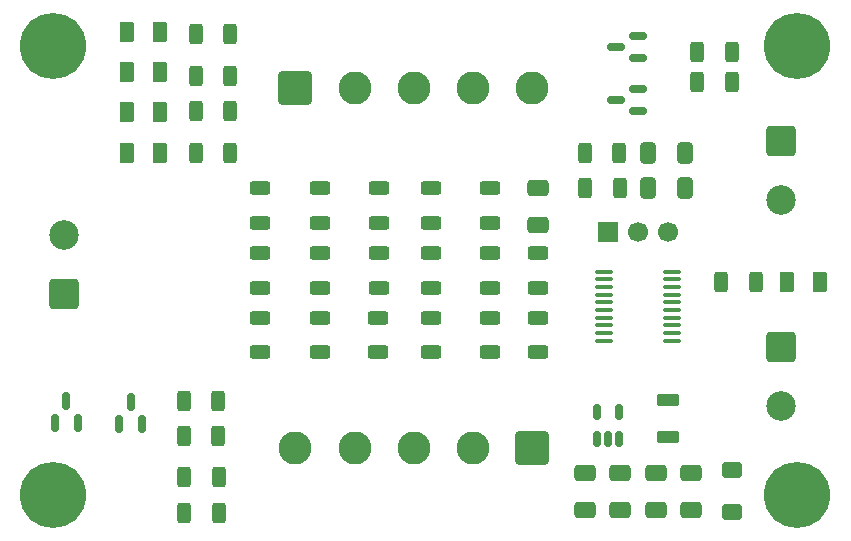
<source format=gbr>
%TF.GenerationSoftware,KiCad,Pcbnew,9.0.2-2.fc42*%
%TF.CreationDate,2025-05-29T14:11:18+08:00*%
%TF.ProjectId,civ2bcd,63697632-6263-4642-9e6b-696361645f70,rev?*%
%TF.SameCoordinates,Original*%
%TF.FileFunction,Soldermask,Top*%
%TF.FilePolarity,Negative*%
%FSLAX46Y46*%
G04 Gerber Fmt 4.6, Leading zero omitted, Abs format (unit mm)*
G04 Created by KiCad (PCBNEW 9.0.2-2.fc42) date 2025-05-29 14:11:18*
%MOMM*%
%LPD*%
G01*
G04 APERTURE LIST*
G04 Aperture macros list*
%AMRoundRect*
0 Rectangle with rounded corners*
0 $1 Rounding radius*
0 $2 $3 $4 $5 $6 $7 $8 $9 X,Y pos of 4 corners*
0 Add a 4 corners polygon primitive as box body*
4,1,4,$2,$3,$4,$5,$6,$7,$8,$9,$2,$3,0*
0 Add four circle primitives for the rounded corners*
1,1,$1+$1,$2,$3*
1,1,$1+$1,$4,$5*
1,1,$1+$1,$6,$7*
1,1,$1+$1,$8,$9*
0 Add four rect primitives between the rounded corners*
20,1,$1+$1,$2,$3,$4,$5,0*
20,1,$1+$1,$4,$5,$6,$7,0*
20,1,$1+$1,$6,$7,$8,$9,0*
20,1,$1+$1,$8,$9,$2,$3,0*%
G04 Aperture macros list end*
%ADD10RoundRect,0.250000X-1.000000X1.000000X-1.000000X-1.000000X1.000000X-1.000000X1.000000X1.000000X0*%
%ADD11C,2.500000*%
%ADD12RoundRect,0.250000X-0.375000X-0.625000X0.375000X-0.625000X0.375000X0.625000X-0.375000X0.625000X0*%
%ADD13RoundRect,0.150000X0.150000X-0.587500X0.150000X0.587500X-0.150000X0.587500X-0.150000X-0.587500X0*%
%ADD14R,1.700000X1.700000*%
%ADD15C,1.700000*%
%ADD16RoundRect,0.250000X0.312500X0.625000X-0.312500X0.625000X-0.312500X-0.625000X0.312500X-0.625000X0*%
%ADD17RoundRect,0.250000X-0.625000X0.312500X-0.625000X-0.312500X0.625000X-0.312500X0.625000X0.312500X0*%
%ADD18RoundRect,0.250000X0.625000X-0.312500X0.625000X0.312500X-0.625000X0.312500X-0.625000X-0.312500X0*%
%ADD19RoundRect,0.250000X-0.312500X-0.625000X0.312500X-0.625000X0.312500X0.625000X-0.312500X0.625000X0*%
%ADD20RoundRect,0.250001X1.149999X1.149999X-1.149999X1.149999X-1.149999X-1.149999X1.149999X-1.149999X0*%
%ADD21C,2.800000*%
%ADD22RoundRect,0.150000X0.587500X0.150000X-0.587500X0.150000X-0.587500X-0.150000X0.587500X-0.150000X0*%
%ADD23RoundRect,0.250000X-0.412500X-0.650000X0.412500X-0.650000X0.412500X0.650000X-0.412500X0.650000X0*%
%ADD24RoundRect,0.250000X0.650000X-0.412500X0.650000X0.412500X-0.650000X0.412500X-0.650000X-0.412500X0*%
%ADD25C,5.600000*%
%ADD26RoundRect,0.250000X0.375000X0.625000X-0.375000X0.625000X-0.375000X-0.625000X0.375000X-0.625000X0*%
%ADD27RoundRect,0.250000X0.700000X-0.275000X0.700000X0.275000X-0.700000X0.275000X-0.700000X-0.275000X0*%
%ADD28RoundRect,0.250000X0.600000X-0.400000X0.600000X0.400000X-0.600000X0.400000X-0.600000X-0.400000X0*%
%ADD29RoundRect,0.250001X-1.149999X-1.149999X1.149999X-1.149999X1.149999X1.149999X-1.149999X1.149999X0*%
%ADD30RoundRect,0.250000X1.000000X-1.000000X1.000000X1.000000X-1.000000X1.000000X-1.000000X-1.000000X0*%
%ADD31RoundRect,0.100000X-0.637500X-0.100000X0.637500X-0.100000X0.637500X0.100000X-0.637500X0.100000X0*%
%ADD32RoundRect,0.150000X0.150000X-0.512500X0.150000X0.512500X-0.150000X0.512500X-0.150000X-0.512500X0*%
G04 APERTURE END LIST*
D10*
%TO.C,J3*%
X199132500Y-68500000D03*
D11*
X199132500Y-73500000D03*
%TD*%
D12*
%TO.C,D3*%
X143700000Y-59330000D03*
X146500000Y-59330000D03*
%TD*%
D13*
%TO.C,Q2*%
X143100000Y-92500000D03*
X145000000Y-92500000D03*
X144050000Y-90625000D03*
%TD*%
D14*
%TO.C,J2*%
X184475000Y-76242177D03*
D15*
X187015000Y-76242177D03*
X189555000Y-76242177D03*
%TD*%
D16*
%TO.C,R5*%
X194962500Y-61000000D03*
X192037500Y-61000000D03*
%TD*%
D17*
%TO.C,R15*%
X160037500Y-78037500D03*
X160037500Y-80962500D03*
%TD*%
D16*
%TO.C,R12*%
X152462500Y-66000000D03*
X149537500Y-66000000D03*
%TD*%
D17*
%TO.C,F5*%
X174500000Y-83500000D03*
X174500000Y-86425000D03*
%TD*%
D18*
%TO.C,F1*%
X155037500Y-75462500D03*
X155037500Y-72537500D03*
%TD*%
D16*
%TO.C,R7*%
X185462500Y-72500000D03*
X182537500Y-72500000D03*
%TD*%
%TO.C,R13*%
X152462500Y-69500000D03*
X149537500Y-69500000D03*
%TD*%
D17*
%TO.C,R18*%
X174500000Y-78037500D03*
X174500000Y-80962500D03*
%TD*%
D18*
%TO.C,F4*%
X169500000Y-75462500D03*
X169500000Y-72537500D03*
%TD*%
D16*
%TO.C,R2*%
X151500000Y-100000000D03*
X148575000Y-100000000D03*
%TD*%
D17*
%TO.C,F7*%
X165000000Y-83500000D03*
X165000000Y-86425000D03*
%TD*%
D19*
%TO.C,R3*%
X182500000Y-69500000D03*
X185425000Y-69500000D03*
%TD*%
D20*
%TO.C,J6*%
X178000000Y-94500000D03*
D21*
X173000000Y-94500000D03*
X168000000Y-94500000D03*
X163000000Y-94500000D03*
X158000000Y-94500000D03*
%TD*%
D17*
%TO.C,F8*%
X160037500Y-83500000D03*
X160037500Y-86425000D03*
%TD*%
%TO.C,R14*%
X174500000Y-72537500D03*
X174500000Y-75462500D03*
%TD*%
D22*
%TO.C,Q1*%
X187000000Y-61500000D03*
X187000000Y-59600000D03*
X185125000Y-60550000D03*
%TD*%
D13*
%TO.C,Q4*%
X137650000Y-92437500D03*
X139550000Y-92437500D03*
X138600000Y-90562500D03*
%TD*%
D10*
%TO.C,J1*%
X199132500Y-86000000D03*
D11*
X199132500Y-91000000D03*
%TD*%
D18*
%TO.C,R22*%
X178500000Y-80962500D03*
X178500000Y-78037500D03*
%TD*%
D23*
%TO.C,C5*%
X187875000Y-72500000D03*
X191000000Y-72500000D03*
%TD*%
D24*
%TO.C,C3*%
X185500000Y-99750000D03*
X185500000Y-96625000D03*
%TD*%
D25*
%TO.C,*%
X137500000Y-60500000D03*
%TD*%
D26*
%TO.C,D2*%
X202400000Y-80500000D03*
X199600000Y-80500000D03*
%TD*%
D16*
%TO.C,R11*%
X152462500Y-63000000D03*
X149537500Y-63000000D03*
%TD*%
D24*
%TO.C,C1*%
X188500000Y-99750000D03*
X188500000Y-96625000D03*
%TD*%
D17*
%TO.C,F6*%
X169462500Y-83500000D03*
X169462500Y-86425000D03*
%TD*%
D18*
%TO.C,F2*%
X160037500Y-75462500D03*
X160037500Y-72537500D03*
%TD*%
D12*
%TO.C,D4*%
X143700000Y-62720000D03*
X146500000Y-62720000D03*
%TD*%
D16*
%TO.C,R9*%
X196962500Y-80500000D03*
X194037500Y-80500000D03*
%TD*%
%TO.C,R10*%
X152462500Y-59500000D03*
X149537500Y-59500000D03*
%TD*%
D19*
%TO.C,R1*%
X192037500Y-63500000D03*
X194962500Y-63500000D03*
%TD*%
D18*
%TO.C,F3*%
X165037500Y-75462500D03*
X165037500Y-72537500D03*
%TD*%
D25*
%TO.C,*%
X200500000Y-98500000D03*
%TD*%
D22*
%TO.C,Q3*%
X187000000Y-66000000D03*
X187000000Y-64100000D03*
X185125000Y-65050000D03*
%TD*%
D17*
%TO.C,R17*%
X155037500Y-83500000D03*
X155037500Y-86425000D03*
%TD*%
D18*
%TO.C,R20*%
X178500000Y-86425000D03*
X178500000Y-83500000D03*
%TD*%
D23*
%TO.C,C6*%
X187875000Y-69500000D03*
X191000000Y-69500000D03*
%TD*%
D12*
%TO.C,D6*%
X143700000Y-69500000D03*
X146500000Y-69500000D03*
%TD*%
D27*
%TO.C,L1*%
X189500000Y-93575000D03*
X189500000Y-90425000D03*
%TD*%
D18*
%TO.C,R19*%
X169500000Y-80962500D03*
X169500000Y-78037500D03*
%TD*%
D28*
%TO.C,D1*%
X195000000Y-99915000D03*
X195000000Y-96415000D03*
%TD*%
D12*
%TO.C,D5*%
X143700000Y-66110000D03*
X146500000Y-66110000D03*
%TD*%
D25*
%TO.C,*%
X200500000Y-60500000D03*
%TD*%
D29*
%TO.C,J5*%
X158000000Y-64000000D03*
D21*
X163000000Y-64000000D03*
X168000000Y-64000000D03*
X173000000Y-64000000D03*
X178000000Y-64000000D03*
%TD*%
D24*
%TO.C,C7*%
X178500000Y-75625000D03*
X178500000Y-72500000D03*
%TD*%
%TO.C,C2*%
X191500000Y-99750000D03*
X191500000Y-96625000D03*
%TD*%
D16*
%TO.C,R8*%
X151462500Y-90500000D03*
X148537500Y-90500000D03*
%TD*%
D30*
%TO.C,J4*%
X138367500Y-81500000D03*
D11*
X138367500Y-76500000D03*
%TD*%
D31*
%TO.C,U2*%
X184137500Y-79575000D03*
X184137500Y-80225000D03*
X184137500Y-80875000D03*
X184137500Y-81525000D03*
X184137500Y-82175000D03*
X184137500Y-82825000D03*
X184137500Y-83475000D03*
X184137500Y-84125000D03*
X184137500Y-84775000D03*
X184137500Y-85425000D03*
X189862500Y-85425000D03*
X189862500Y-84775000D03*
X189862500Y-84125000D03*
X189862500Y-83475000D03*
X189862500Y-82825000D03*
X189862500Y-82175000D03*
X189862500Y-81525000D03*
X189862500Y-80875000D03*
X189862500Y-80225000D03*
X189862500Y-79575000D03*
%TD*%
D32*
%TO.C,U1*%
X183500000Y-93775000D03*
X184450000Y-93775000D03*
X185400000Y-93775000D03*
X185400000Y-91500000D03*
X183500000Y-91500000D03*
%TD*%
D17*
%TO.C,R16*%
X165037500Y-78037500D03*
X165037500Y-80962500D03*
%TD*%
D16*
%TO.C,R4*%
X151462500Y-93500000D03*
X148537500Y-93500000D03*
%TD*%
D25*
%TO.C,*%
X137500000Y-98500000D03*
%TD*%
D24*
%TO.C,C4*%
X182500000Y-99750000D03*
X182500000Y-96625000D03*
%TD*%
D18*
%TO.C,R21*%
X155037500Y-80962500D03*
X155037500Y-78037500D03*
%TD*%
D16*
%TO.C,R6*%
X151500000Y-97000000D03*
X148575000Y-97000000D03*
%TD*%
M02*

</source>
